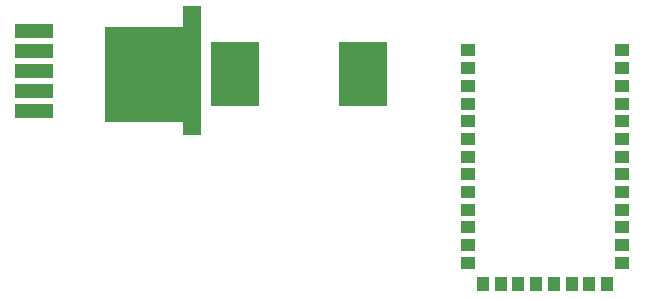
<source format=gtp>
G04 Layer: TopPasteMaskLayer*
G04 EasyEDA v6.5.23, 2023-09-19 16:20:23*
G04 fec3ef732f994282af85564de1ff210d,c045908398b64bc89dde678931a0b1f3,10*
G04 Gerber Generator version 0.2*
G04 Scale: 100 percent, Rotated: No, Reflected: No *
G04 Dimensions in millimeters *
G04 leading zeros omitted , absolute positions ,4 integer and 5 decimal *
%FSLAX45Y45*%
%MOMM*%

%AMMACRO1*4,1,8,-4.064,3.683,2.54,3.683,2.54,5.461,4.064,5.461,4.064,-5.461,2.54,-5.461,2.54,-4.3175,-4.064,-4.3175,-4.064,3.683,0*%
%ADD10R,4.1850X5.5000*%
%ADD11R,3.2000X1.1500*%
%ADD12MACRO1*%
%ADD13R,1.0008X1.3005*%
%ADD14R,1.3005X1.0008*%

%LPD*%
D10*
G01*
X1975358Y6184900D03*
G01*
X3053841Y6184900D03*
D11*
G01*
X273913Y5869939D03*
G01*
X273913Y6040120D03*
G01*
X273913Y6380479D03*
G01*
X273913Y6210300D03*
G01*
X273913Y6550660D03*
D12*
G01*
X1275473Y6210300D03*
D13*
G01*
X4521200Y4406900D03*
G01*
X4071620Y4406900D03*
G01*
X4221479Y4406900D03*
G01*
X4371340Y4406900D03*
G01*
X4673600Y4406900D03*
G01*
X4823459Y4406900D03*
G01*
X4973320Y4406900D03*
G01*
X5123179Y4406900D03*
D14*
G01*
X5247640Y4587239D03*
G01*
X5247640Y4737100D03*
G01*
X5247640Y4886960D03*
G01*
X5247640Y5036820D03*
G01*
X5247640Y5186679D03*
G01*
X5247640Y5336539D03*
G01*
X5247640Y5486400D03*
G01*
X5247640Y5636260D03*
G01*
X5247640Y5786120D03*
G01*
X5247640Y5935979D03*
G01*
X5247640Y6085839D03*
G01*
X5247640Y6235700D03*
G01*
X5247640Y6388100D03*
G01*
X3947159Y6388100D03*
G01*
X3947159Y6235700D03*
G01*
X3947159Y6085839D03*
G01*
X3947159Y5935979D03*
G01*
X3947159Y5786120D03*
G01*
X3947159Y5636260D03*
G01*
X3947159Y5486400D03*
G01*
X3947159Y5336539D03*
G01*
X3947159Y5186679D03*
G01*
X3947159Y5036820D03*
G01*
X3947159Y4886960D03*
G01*
X3947159Y4737100D03*
G01*
X3947159Y4587239D03*
M02*

</source>
